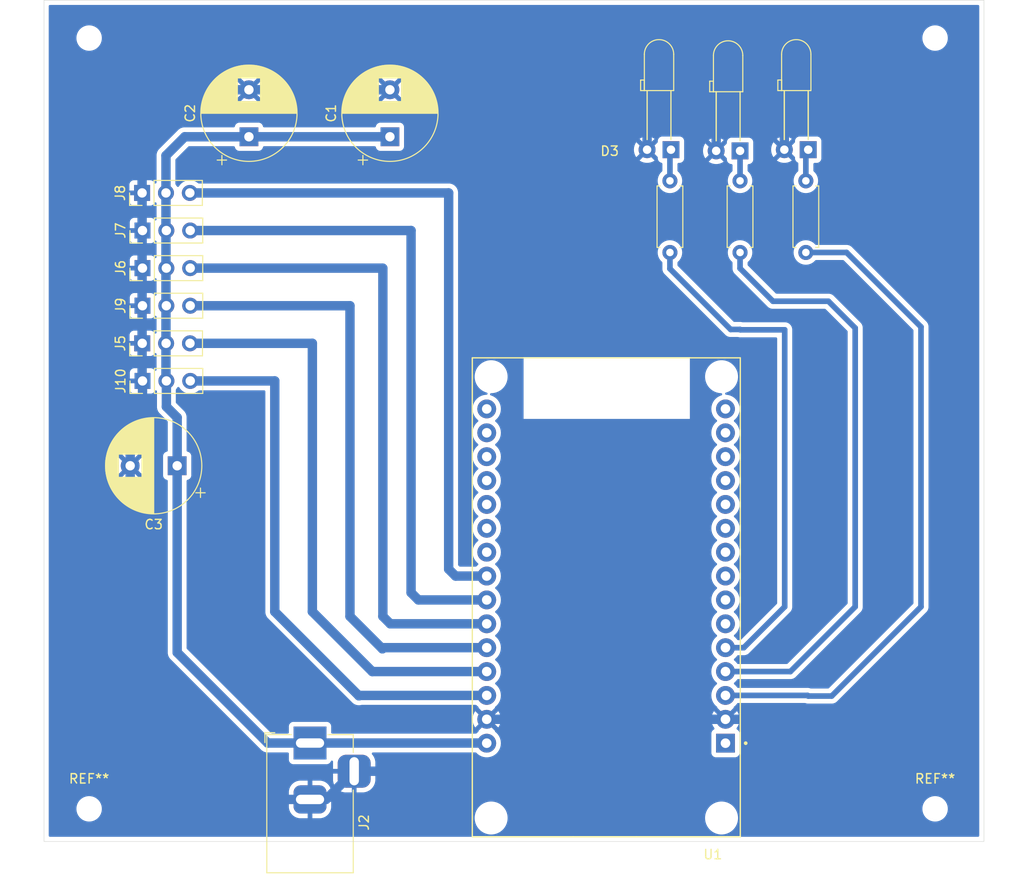
<source format=kicad_pcb>
(kicad_pcb (version 20240108) (generator "pcbnew") (generator_version "8.0")
  (layers (0 "F.Cu" signal) (31 "B.Cu" signal) (34 "B.Paste" user) (35 "F.Paste" user) (36 "B.SilkS" user "B.Silkscreen") (37 "F.SilkS" user "F.Silkscreen") (38 "B.Mask" user) (39 "F.Mask" user) (44 "Edge.Cuts" user))
  (net 0 "")
  (net 1 "GND")
  (net 2 "+5V")
  (net 3 "Net-(D1-K)")
  (net 4 "Net-(D2-K)")
  (net 5 "Net-(D3-K)")
  (net 6 "/serv3")
  (net 7 "/serv1")
  (net 8 "/serv2")
  (net 9 "/serv4")
  (net 10 "/serv5")
  (net 11 "/serv6")
  (net 12 "/led1")
  (net 13 "/led2")
  (net 14 "/led3")
  (footprint "Resistor_THT:R_Axial_DIN0207_L6.3mm_D2.5mm_P7.62mm_Horizontal" (layer "F.Cu") (at 175.5 66.69 -90)
    (property "Reference" "R1" (hide yes))
    (property "Value" "R_US" (hide yes))
    (pad "1" thru_hole circle (at 0 0 270) (size 1.6 1.6) (drill 0.8) (layers "*.Cu" "*.Mask") (net 3 "Net-(D1-K)"))
    (pad "2" thru_hole oval (at 7.62 0 270) (size 1.6 1.6) (drill 0.8) (layers "*.Cu" "*.Mask") (net 12 "/led1"))
  )
  (footprint "MountingHole:MountingHole_2.2mm_M2" (layer "F.Cu") (at 99.25 133.5)
    (property "Reference" "REF**" (at 0 -3.2 0) (layer "F.SilkS"))
    (property "Value" "MountingHole_2.2mm_M2")
    (pad "" np_thru_hole circle (at 0 0) (size 2.2 2.2) (drill 2.2) (layers "*.Cu" "*.Mask"))
  )
  (footprint "Connector_PinHeader_2.54mm:PinHeader_1x03_P2.54mm_Vertical" (layer "F.Cu") (at 104.925 71.975 90)
    (property "Reference" "J7" (at 0 -2.33 90) (layer "F.SilkS"))
    (property "Value" "Screw_Terminal_01x03")
    (pad "1" thru_hole rect (at 0 0 90) (size 1.7 1.7) (drill 1) (layers "*.Cu" "*.Mask") (net 1 "GND"))
    (pad "2" thru_hole oval (at 0 2.54 90) (size 1.7 1.7) (drill 1) (layers "*.Cu" "*.Mask") (net 2 "+5V"))
    (pad "3" thru_hole oval (at 0 5.08 90) (size 1.7 1.7) (drill 1) (layers "*.Cu" "*.Mask") (net 10 "/serv5"))
  )
  (footprint "LED_THT:LED_D3.0mm_Horizontal_O6.35mm_Z10.0mm" (layer "F.Cu") (at 168.5 63.5 180)
    (property "Reference" "D2" (hide yes))
    (property "Value" "LED")
    (pad "1" thru_hole rect (at 0 0 180) (size 1.8 1.8) (drill 0.9) (layers "*.Cu" "*.Mask") (net 4 "Net-(D2-K)"))
    (pad "2" thru_hole circle (at 2.54 0 180) (size 1.8 1.8) (drill 0.9) (layers "*.Cu" "*.Mask") (net 1 "GND"))
  )
  (footprint "Capacitor_THT:CP_Radial_D10.0mm_P5.00mm" (layer "F.Cu") (at 131.25 62 90)
    (property "Reference" "C1" (at 2.5 -6.25 90) (layer "F.SilkS"))
    (property "Value" "C_Polarized_US")
    (pad "1" thru_hole rect (at 0 0 90) (size 2 2) (drill 1) (layers "*.Cu" "*.Mask") (net 2 "+5V"))
    (pad "2" thru_hole circle (at 5 0 90) (size 2 2) (drill 1) (layers "*.Cu" "*.Mask") (net 1 "GND"))
  )
  (footprint "devkit:MODULE_ESP32_DEVKIT_V1" (layer "F.Cu") (at 154.25 111 180)
    (property "Reference" "U1" (at -11.355 -27.36 0) (layer "F.SilkS"))
    (property "Value" "ESP32-DEVKIT-V1")
    (pad "" np_thru_hole circle (at -12.28 -23.475 180) (size 3 3) (drill 3) (layers "*.Cu" "*.Mask"))
    (pad "" np_thru_hole circle (at -12.28 23.475 180) (size 3 3) (drill 3) (layers "*.Cu" "*.Mask"))
    (pad "" np_thru_hole circle (at 12.23 -23.475 180) (size 3 3) (drill 3) (layers "*.Cu" "*.Mask"))
    (pad "" np_thru_hole circle (at 12.23 23.475 180) (size 3 3) (drill 3) (layers "*.Cu" "*.Mask"))
    (pad "1" thru_hole rect (at -12.7 -15.515 180) (size 2 2) (drill 1.02) (layers "*.Cu" "*.Mask"))
    (pad "2" thru_hole circle (at -12.7 -12.975 180) (size 2 2) (drill 1.02) (layers "*.Cu" "*.Mask") (net 1 "GND"))
    (pad "3" thru_hole circle (at -12.7 -10.435 180) (size 2 2) (drill 1.02) (layers "*.Cu" "*.Mask") (net 12 "/led1"))
    (pad "4" thru_hole circle (at -12.7 -7.895 180) (size 2 2) (drill 1.02) (layers "*.Cu" "*.Mask") (net 13 "/led2"))
    (pad "5" thru_hole circle (at -12.7 -5.355 180) (size 2 2) (drill 1.02) (layers "*.Cu" "*.Mask") (net 14 "/led3"))
    (pad "6" thru_hole circle (at -12.7 -2.815 180) (size 2 2) (drill 1.02) (layers "*.Cu" "*.Mask"))
    (pad "7" thru_hole circle (at -12.7 -0.275 180) (size 2 2) (drill 1.02) (layers "*.Cu" "*.Mask"))
    (pad "8" thru_hole circle (at -12.7 2.265 180) (size 2 2) (drill 1.02) (layers "*.Cu" "*.Mask"))
    (pad "9" thru_hole circle (at -12.7 4.805 180) (size 2 2) (drill 1.02) (layers "*.Cu" "*.Mask"))
    (pad "10" thru_hole circle (at -12.7 7.345 180) (size 2 2) (drill 1.02) (layers "*.Cu" "*.Mask"))
    (pad "11" thru_hole circle (at -12.7 9.885 180) (size 2 2) (drill 1.02) (layers "*.Cu" "*.Mask"))
    (pad "12" thru_hole circle (at -12.7 12.425 180) (size 2 2) (drill 1.02) (layers "*.Cu" "*.Mask"))
    (pad "13" thru_hole circle (at -12.7 14.965 180) (size 2 2) (drill 1.02) (layers "*.Cu" "*.Mask"))
    (pad "14" thru_hole circle (at -12.7 17.505 180) (size 2 2) (drill 1.02) (layers "*.Cu" "*.Mask"))
    (pad "15" thru_hole circle (at -12.7 20.045 180) (size 2 2) (drill 1.02) (layers "*.Cu" "*.Mask"))
    (pad "16" thru_hole circle (at 12.7 20.045 180) (size 2 2) (drill 1.02) (layers "*.Cu" "*.Mask"))
    (pad "17" thru_hole circle (at 12.7 17.505 180) (size 2 2) (drill 1.02) (layers "*.Cu" "*.Mask"))
    (pad "18" thru_hole circle (at 12.7 14.965 180) (size 2 2) (drill 1.02) (layers "*.Cu" "*.Mask"))
    (pad "19" thru_hole circle (at 12.7 12.425 180) (size 2 2) (drill 1.02) (layers "*.Cu" "*.Mask"))
    (pad "20" thru_hole circle (at 12.7 9.885 180) (size 2 2) (drill 1.02) (layers "*.Cu" "*.Mask"))
    (pad "21" thru_hole circle (at 12.7 7.345 180) (size 2 2) (drill 1.02) (layers "*.Cu" "*.Mask"))
    (pad "22" thru_hole circle (at 12.7 4.805 180) (size 2 2) (drill 1.02) (layers "*.Cu" "*.Mask"))
    (pad "23" thru_hole circle (at 12.7 2.265 180) (size 2 2) (drill 1.02) (layers "*.Cu" "*.Mask") (net 11 "/serv6"))
    (pad "24" thru_hole circle (at 12.7 -0.275 180) (size 2 2) (drill 1.02) (layers "*.Cu" "*.Mask") (net 10 "/serv5"))
    (pad "25" thru_hole circle (at 12.7 -2.815 180) (size 2 2) (drill 1.02) (layers "*.Cu" "*.Mask") (net 9 "/serv4"))
    (pad "26" thru_hole circle (at 12.7 -5.355 180) (size 2 2) (drill 1.02) (layers "*.Cu" "*.Mask") (net 6 "/serv3"))
    (pad "27" thru_hole circle (at 12.7 -7.895 180) (size 2 2) (drill 1.02) (layers "*.Cu" "*.Mask") (net 8 "/serv2"))
    (pad "28" thru_hole circle (at 12.7 -10.435 180) (size 2 2) (drill 1.02) (layers "*.Cu" "*.Mask") (net 7 "/serv1"))
    (pad "29" thru_hole circle (at 12.7 -12.975 180) (size 2 2) (drill 1.02) (layers "*.Cu" "*.Mask") (net 1 "GND"))
    (pad "30" thru_hole circle (at 12.7 -15.515 180) (size 2 2) (drill 1.02) (layers "*.Cu" "*.Mask") (net 2 "+5V"))
    (zone (net 0) (net_name "") (layer "B.Cu") (connect_pads (clearance 0)) (min_thickness 0.01)
      (keepout (tracks not_allowed) (vias not_allowed) (pads not_allowed) (copperpour not_allowed) (footprints allowed))
      (fill (thermal_gap 0.508) (thermal_bridge_width 0.508))
      (polygon (pts (xy 163.16 92.015) (xy 145.47 92.015) (xy 145.47 85.525) (xy 163.16 85.525)))
    )
  )
  (footprint "" (layer "F.Cu") (at 189.25 51.5)
    (property "Reference" "" (at 0 0 0) (layer "F.SilkS") (effects (font (size 1.27 1.27))))
    (property "Value" "")
    (pad "" np_thru_hole circle (at 0 0) (size 2.2 2.2) (drill 2.2) (layers "F&B.Cu" "*.Mask"))
  )
  (footprint "Resistor_THT:R_Axial_DIN0207_L6.3mm_D2.5mm_P7.62mm_Horizontal" (layer "F.Cu") (at 168.5 66.69 -90)
    (property "Reference" "R2" (hide yes))
    (property "Value" "R_US" (hide yes))
    (pad "1" thru_hole circle (at 0 0 270) (size 1.6 1.6) (drill 0.8) (layers "*.Cu" "*.Mask") (net 4 "Net-(D2-K)"))
    (pad "2" thru_hole oval (at 7.62 0 270) (size 1.6 1.6) (drill 0.8) (layers "*.Cu" "*.Mask") (net 13 "/led2"))
  )
  (footprint "Capacitor_THT:CP_Radial_D10.0mm_P5.00mm" (layer "F.Cu") (at 108.617677 97 180)
    (property "Reference" "C3" (at 2.5 -6.25 0) (layer "F.SilkS"))
    (property "Value" "C_Polarized_US")
    (pad "1" thru_hole rect (at 0 0 180) (size 2 2) (drill 1) (layers "*.Cu" "*.Mask") (net 2 "+5V"))
    (pad "2" thru_hole circle (at 5 0 180) (size 2 2) (drill 1) (layers "*.Cu" "*.Mask") (net 1 "GND"))
  )
  (footprint "Connector_PinHeader_2.54mm:PinHeader_1x03_P2.54mm_Vertical" (layer "F.Cu") (at 104.9 83.975 90)
    (property "Reference" "J5" (at 0 -2.33 90) (layer "F.SilkS"))
    (property "Value" "Screw_Terminal_01x03")
    (pad "1" thru_hole rect (at 0 0 90) (size 1.7 1.7) (drill 1) (layers "*.Cu" "*.Mask") (net 1 "GND"))
    (pad "2" thru_hole oval (at 0 2.54 90) (size 1.7 1.7) (drill 1) (layers "*.Cu" "*.Mask") (net 2 "+5V"))
    (pad "3" thru_hole oval (at 0 5.08 90) (size 1.7 1.7) (drill 1) (layers "*.Cu" "*.Mask") (net 8 "/serv2"))
  )
  (footprint "LED_THT:LED_D3.0mm_Horizontal_O6.35mm_Z10.0mm" (layer "F.Cu") (at 161.15 63.375 180)
    (property "Reference" "D3" (at 6.52 -0.15 0) (layer "F.SilkS"))
    (property "Value" "LED")
    (pad "1" thru_hole rect (at 0 0 180) (size 1.8 1.8) (drill 0.9) (layers "*.Cu" "*.Mask") (net 5 "Net-(D3-K)"))
    (pad "2" thru_hole circle (at 2.54 0 180) (size 1.8 1.8) (drill 0.9) (layers "*.Cu" "*.Mask") (net 1 "GND"))
  )
  (footprint "LED_THT:LED_D3.0mm_Horizontal_O6.35mm_Z10.0mm" (layer "F.Cu") (at 175.75 63.375 180)
    (property "Reference" "D1" (hide yes))
    (property "Value" "LED")
    (pad "1" thru_hole rect (at 0 0 180) (size 1.8 1.8) (drill 0.9) (layers "*.Cu" "*.Mask") (net 3 "Net-(D1-K)"))
    (pad "2" thru_hole circle (at 2.54 0 180) (size 1.8 1.8) (drill 0.9) (layers "*.Cu" "*.Mask") (net 1 "GND"))
  )
  (footprint "Connector_PinHeader_2.54mm:PinHeader_1x03_P2.54mm_Vertical" (layer "F.Cu") (at 104.885 67.975 90)
    (property "Reference" "J8" (at 0 -2.33 90) (layer "F.SilkS"))
    (property "Value" "Screw_Terminal_01x03")
    (pad "1" thru_hole rect (at 0 0 90) (size 1.7 1.7) (drill 1) (layers "*.Cu" "*.Mask") (net 1 "GND"))
    (pad "2" thru_hole oval (at 0 2.54 90) (size 1.7 1.7) (drill 1) (layers "*.Cu" "*.Mask") (net 2 "+5V"))
    (pad "3" thru_hole oval (at 0 5.08 90) (size 1.7 1.7) (drill 1) (layers "*.Cu" "*.Mask") (net 11 "/serv6"))
  )
  (footprint "Connector_PinHeader_2.54mm:PinHeader_1x03_P2.54mm_Vertical" (layer "F.Cu") (at 104.925 75.975 90)
    (property "Reference" "J6" (at 0 -2.33 90) (layer "F.SilkS"))
    (property "Value" "Screw_Terminal_01x03")
    (pad "1" thru_hole rect (at 0 0 90) (size 1.7 1.7) (drill 1) (layers "*.Cu" "*.Mask") (net 1 "GND"))
    (pad "2" thru_hole oval (at 0 2.54 90) (size 1.7 1.7) (drill 1) (layers "*.Cu" "*.Mask") (net 2 "+5V"))
    (pad "3" thru_hole oval (at 0 5.08 90) (size 1.7 1.7) (drill 1) (layers "*.Cu" "*.Mask") (net 9 "/serv4"))
  )
  (footprint "Connector_PinHeader_2.54mm:PinHeader_1x03_P2.54mm_Vertical" (layer "F.Cu") (at 104.93 87.975 90)
    (property "Reference" "J10" (at 0 -2.33 90) (layer "F.SilkS"))
    (property "Value" "Screw_Terminal_01x03")
    (pad "1" thru_hole rect (at 0 0 90) (size 1.7 1.7) (drill 1) (layers "*.Cu" "*.Mask") (net 1 "GND"))
    (pad "2" thru_hole oval (at 0 2.54 90) (size 1.7 1.7) (drill 1) (layers "*.Cu" "*.Mask") (net 2 "+5V"))
    (pad "3" thru_hole oval (at 0 5.08 90) (size 1.7 1.7) (drill 1) (layers "*.Cu" "*.Mask") (net 7 "/serv1"))
  )
  (footprint "Resistor_THT:R_Axial_DIN0207_L6.3mm_D2.5mm_P7.62mm_Horizontal" (layer "F.Cu") (at 161.04 66.69 -90)
    (property "Reference" "R3" (hide yes))
    (property "Value" "R_US" (hide yes))
    (pad "1" thru_hole circle (at 0 0 270) (size 1.6 1.6) (drill 0.8) (layers "*.Cu" "*.Mask") (net 5 "Net-(D3-K)"))
    (pad "2" thru_hole oval (at 7.62 0 270) (size 1.6 1.6) (drill 0.8) (layers "*.Cu" "*.Mask") (net 14 "/led3"))
  )
  (footprint "Capacitor_THT:CP_Radial_D10.0mm_P5.00mm" (layer "F.Cu") (at 116.25 62 90)
    (property "Reference" "C2" (at 2.5 -6.25 90) (layer "F.SilkS"))
    (property "Value" "C_Polarized_US")
    (pad "1" thru_hole rect (at 0 0 90) (size 2 2) (drill 1) (layers "*.Cu" "*.Mask") (net 2 "+5V"))
    (pad "2" thru_hole circle (at 5 0 90) (size 2 2) (drill 1) (layers "*.Cu" "*.Mask") (net 1 "GND"))
  )
  (footprint "Connector_BarrelJack:BarrelJack_Horizontal" (layer "F.Cu") (at 122.75 126.5 90)
    (property "Reference" "J2" (at -8.45 5.75 90) (layer "F.SilkS"))
    (property "Value" "Barrel_Jack_Switch")
    (pad "1" thru_hole rect (at 0 0 90) (size 3.5 3.5) (drill oval 1 3) (layers "*.Cu" "*.Mask") (net 2 "+5V"))
    (pad "2" thru_hole roundrect (at -6 0 90) (size 3 3.5) (drill oval 1 3) (layers "*.Cu" "*.Mask") (net 1 "GND"))
    (pad "3" thru_hole roundrect (at -3 4.7 90) (size 3.5 3.5) (drill oval 3 1) (layers "*.Cu" "*.Mask") (net 1 "GND"))
  )
  (footprint "" (layer "F.Cu") (at 99.25 51.5)
    (property "Reference" "" (at 0 0 0) (layer "F.SilkS") (effects (font (size 1.27 1.27))))
    (property "Value" "")
    (pad "" np_thru_hole circle (at 0 0) (size 2.2 2.2) (drill 2.2) (layers "F&B.Cu" "*.Mask"))
  )
  (footprint "Connector_PinHeader_2.54mm:PinHeader_1x03_P2.54mm_Vertical" (layer "F.Cu") (at 104.925 79.975 90)
    (property "Reference" "J9" (at 0 -2.33 90) (layer "F.SilkS"))
    (property "Value" "Screw_Terminal_01x03")
    (pad "1" thru_hole rect (at 0 0 90) (size 1.7 1.7) (drill 1) (layers "*.Cu" "*.Mask") (net 1 "GND"))
    (pad "2" thru_hole oval (at 0 2.54 90) (size 1.7 1.7) (drill 1) (layers "*.Cu" "*.Mask") (net 2 "+5V"))
    (pad "3" thru_hole oval (at 0 5.08 90) (size 1.7 1.7) (drill 1) (layers "*.Cu" "*.Mask") (net 6 "/serv3"))
  )
  (footprint "MountingHole:MountingHole_2.2mm_M2" (layer "F.Cu") (at 189.25 133.5)
    (property "Reference" "REF**" (at 0 -3.2 0) (layer "F.SilkS"))
    (property "Value" "MountingHole_2.2mm_M2")
    (pad "" np_thru_hole circle (at 0 0) (size 2.2 2.2) (drill 2.2) (layers "*.Cu" "*.Mask"))
  )
  (gr_rect (start 94.45 47.475) (end 194.45 136.975) (stroke (width 0.05)) (fill none) (layer "Edge.Cuts"))
  (segment (start 122.75 132.5) (end 124.45 132.5) (width 1) (layer "B.Cu") (net 1))
  (segment (start 116.25 57) (end 131.25 57) (width 1) (layer "B.Cu") (net 1))
  (segment (start 147.45 129.475) (end 147.45 123.975) (width 1) (layer "B.Cu") (net 1))
  (segment (start 147.45 123.975) (end 166.95 123.975) (width 1) (layer "B.Cu") (net 1))
  (segment (start 127.45 129.5) (end 147.425 129.5) (width 1) (layer "B.Cu") (net 1))
  (segment (start 173.21 59.71) (end 173 59.5) (width 1) (layer "B.Cu") (net 1))
  (segment (start 109.75 57) (end 116.25 57) (width 1) (layer "B.Cu") (net 1))
  (segment (start 165.96 60.04) (end 166.5 59.5) (width 1) (layer "B.Cu") (net 1))
  (segment (start 147.425 129.5) (end 147.45 129.475) (width 1) (layer "B.Cu") (net 1))
  (segment (start 119.25 132.5) (end 103.617677 116.867677) (width 1) (layer "B.Cu") (net 1))
  (segment (start 103.617677 97) (end 103.617677 91.132323) (width 1) (layer "B.Cu") (net 1))
  (segment (start 192.25 67.9175) (end 183.91625 59.58375) (width 1) (layer "B.Cu") (net 1))
  (segment (start 158.61 59.89) (end 159 59.5) (width 1) (layer "B.Cu") (net 1))
  (segment (start 103.617677 91.132323) (end 104.93 89.82) (width 1) (layer "B.Cu") (net 1))
  (segment (start 173 59.5) (end 183.8325 59.5) (width 1) (layer "B.Cu") (net 1))
  (segment (start 180.25 124) (end 179.25 124) (width 1) (layer "B.Cu") (net 1))
  (segment (start 179.25 124) (end 179.225 123.975) (width 1) (layer "B.Cu") (net 1))
  (segment (start 192.25 112) (end 180.25 124) (width 1) (layer "B.Cu") (net 1))
  (segment (start 147.45 123.975) (end 141.55 123.975) (width 1) (layer "B.Cu") (net 1))
  (segment (start 104.885 67.975) (end 104.885 61.865) (width 1) (layer "B.Cu") (net 1))
  (segment (start 166.5 59.5) (end 173 59.5) (width 1) (layer "B.Cu") (net 1))
  (segment (start 103.617677 116.867677) (end 103.617677 97) (width 1) (layer "B.Cu") (net 1))
  (segment (start 104.885 87.93) (end 104.93 87.975) (width 1) (layer "B.Cu") (net 1))
  (segment (start 179.225 123.975) (end 166.95 123.975) (width 1) (layer "B.Cu") (net 1))
  (segment (start 122.75 132.5) (end 119.25 132.5) (width 1) (layer "B.Cu") (net 1))
  (segment (start 104.885 61.865) (end 109.75 57) (width 1) (layer "B.Cu") (net 1))
  (segment (start 192.25 67.9175) (end 192.25 112) (width 1) (layer "B.Cu") (net 1))
  (segment (start 165.96 63.5) (end 165.96 60.04) (width 1) (layer "B.Cu") (net 1))
  (segment (start 183.8325 59.5) (end 183.91625 59.58375) (width 1) (layer "B.Cu") (net 1))
  (segment (start 104.885 67.975) (end 104.885 87.93) (width 1) (layer "B.Cu") (net 1))
  (segment (start 124.45 132.5) (end 127.45 129.5) (width 1) (layer "B.Cu") (net 1))
  (segment (start 158.61 63.375) (end 158.61 59.89) (width 1) (layer "B.Cu") (net 1))
  (segment (start 173.21 63.375) (end 173.21 59.71) (width 1) (layer "B.Cu") (net 1))
  (segment (start 104.93 89.82) (end 104.93 87.975) (width 1) (layer "B.Cu") (net 1))
  (segment (start 159 59.5) (end 166.5 59.5) (width 1) (layer "B.Cu") (net 1))
  (segment (start 115.882323 61.632323) (end 116.25 62) (width 1) (layer "B.Cu") (net 2))
  (segment (start 107.47 90.72) (end 107.47 87.975) (width 1) (layer "B.Cu") (net 2))
  (segment (start 122.75 126.5) (end 141.535 126.5) (width 1) (layer "B.Cu") (net 2))
  (segment (start 122.75 126.5) (end 118.25 126.5) (width 1) (layer "B.Cu") (net 2))
  (segment (start 107.425 87.93) (end 107.47 87.975) (width 1) (layer "B.Cu") (net 2))
  (segment (start 107.425 67.975) (end 107.425 87.93) (width 1) (layer "B.Cu") (net 2))
  (segment (start 141.535 126.5) (end 141.55 126.515) (width 1) (layer "B.Cu") (net 2))
  (segment (start 108.617677 97) (end 108.617677 91.867677) (width 1) (layer "B.Cu") (net 2))
  (segment (start 118.25 126.5) (end 108.617677 116.867677) (width 1) (layer "B.Cu") (net 2))
  (segment (start 109.425 62) (end 116.25 62) (width 1) (layer "B.Cu") (net 2))
  (segment (start 116.25 62) (end 131.25 62) (width 1) (layer "B.Cu") (net 2))
  (segment (start 107.425 67.975) (end 107.425 64) (width 1) (layer "B.Cu") (net 2))
  (segment (start 108.617677 116.867677) (end 108.617677 97) (width 1) (layer "B.Cu") (net 2))
  (segment (start 108.617677 91.867677) (end 107.47 90.72) (width 1) (layer "B.Cu") (net 2))
  (segment (start 107.425 64) (end 109.425 62) (width 1) (layer "B.Cu") (net 2))
  (segment (start 175.5 63.625) (end 175.75 63.375) (width 0.6) (layer "B.Cu") (net 3))
  (segment (start 175.5 66.69) (end 175.5 63.625) (width 0.6) (layer "B.Cu") (net 3))
  (segment (start 168.5 66.69) (end 168.5 63.5) (width 0.6) (layer "B.Cu") (net 4))
  (segment (start 161.04 63.485) (end 161.15 63.375) (width 0.6) (layer "B.Cu") (net 5))
  (segment (start 161.04 66.69) (end 161.04 63.485) (width 0.6) (layer "B.Cu") (net 5))
  (segment (start 127 79.975) (end 127 113.025) (width 1) (layer "B.Cu") (net 6))
  (segment (start 127 113.025) (end 130.45 116.475) (width 1) (layer "B.Cu") (net 6))
  (segment (start 110.005 79.975) (end 127 79.975) (width 1) (layer "B.Cu") (net 6))
  (segment (start 130.45 116.475) (end 130.57 116.355) (width 1) (layer "B.Cu") (net 6))
  (segment (start 130.57 116.355) (end 141.55 116.355) (width 1) (layer "B.Cu") (net 6))
  (segment (start 110.01 87.975) (end 109.95 87.975) (width 1) (layer "B.Cu") (net 7))
  (segment (start 127.99 121.435) (end 141.55 121.435) (width 1) (layer "B.Cu") (net 7))
  (segment (start 119 112.525) (end 127.95 121.475) (width 1) (layer "B.Cu") (net 7))
  (segment (start 127.95 121.475) (end 127.99 121.435) (width 1) (layer "B.Cu") (net 7))
  (segment (start 110.01 87.975) (end 119 87.975) (width 1) (layer "B.Cu") (net 7))
  (segment (start 119 87.975) (end 119 112.525) (width 1) (layer "B.Cu") (net 7))
  (segment (start 123 112.525) (end 129.37 118.895) (width 1) (layer "B.Cu") (net 8))
  (segment (start 109.98 83.975) (end 123 83.975) (width 1) (layer "B.Cu") (net 8))
  (segment (start 123 83.975) (end 123 112.525) (width 1) (layer "B.Cu") (net 8))
  (segment (start 129.37 118.895) (end 141.55 118.895) (width 1) (layer "B.Cu") (net 8))
  (segment (start 130.5 113.025) (end 131.29 113.815) (width 1) (layer "B.Cu") (net 9))
  (segment (start 110.005 75.975) (end 130.475 75.975) (width 1) (layer "B.Cu") (net 9))
  (segment (start 131.29 113.815) (end 141.55 113.815) (width 1) (layer "B.Cu") (net 9))
  (segment (start 130.475 75.975) (end 130.5 76) (width 1) (layer "B.Cu") (net 9))
  (segment (start 130.5 76) (end 130.5 113.025) (width 1) (layer "B.Cu") (net 9))
  (segment (start 133.5 110.5) (end 133.5 71.975) (width 1) (layer "B.Cu") (net 10))
  (segment (start 133.5 71.975) (end 110.005 71.975) (width 1) (layer "B.Cu") (net 10))
  (segment (start 141.55 111.275) (end 134.275 111.275) (width 1) (layer "B.Cu") (net 10))
  (segment (start 134.275 111.275) (end 133.5 110.5) (width 1) (layer "B.Cu") (net 10))
  (segment (start 141.55 108.735) (end 138.235 108.735) (width 1) (layer "B.Cu") (net 11))
  (segment (start 138.235 108.735) (end 137.5 108) (width 1) (layer "B.Cu") (net 11))
  (segment (start 137.5 67.975) (end 109.965 67.975) (width 1) (layer "B.Cu") (net 11))
  (segment (start 137.5 108) (end 137.5 67.975) (width 1) (layer "B.Cu") (net 11))
  (segment (start 175.75 121.5) (end 175.685 121.435) (width 0.6) (layer "B.Cu") (net 12))
  (segment (start 175.5 74.31) (end 179.8325 74.31) (width 0.6) (layer "B.Cu") (net 12))
  (segment (start 179.8325 74.31) (end 187.75 82.2275) (width 0.6) (layer "B.Cu") (net 12))
  (segment (start 175.685 121.435) (end 166.95 121.435) (width 0.6) (layer "B.Cu") (net 12))
  (segment (start 187.75 112) (end 178.25 121.5) (width 0.6) (layer "B.Cu") (net 12))
  (segment (start 178.25 121.5) (end 175.75 121.5) (width 0.6) (layer "B.Cu") (net 12))
  (segment (start 187.75 82.2275) (end 187.75 112) (width 0.6) (layer "B.Cu") (net 12))
  (segment (start 172 79.5) (end 177.9025 79.5) (width 0.6) (layer "B.Cu") (net 13))
  (segment (start 168.5 74.31) (end 168.5 76) (width 0.6) (layer "B.Cu") (net 13))
  (segment (start 177.9025 79.5) (end 180.75 82.3475) (width 0.6) (layer "B.Cu") (net 13))
  (segment (start 168.5 76) (end 172 79.5) (width 0.6) (layer "B.Cu") (net 13))
  (segment (start 173.855 118.895) (end 166.95 118.895) (width 0.6) (layer "B.Cu") (net 13))
  (segment (start 180.75 112) (end 173.855 118.895) (width 0.6) (layer "B.Cu") (net 13))
  (segment (start 180.75 82.3475) (end 180.75 112) (width 0.6) (layer "B.Cu") (net 13))
  (segment (start 161.04 74.31) (end 161.04 76.04) (width 0.6) (layer "B.Cu") (net 14))
  (segment (start 161.04 76.04) (end 167.5 82.5) (width 0.6) (layer "B.Cu") (net 14))
  (segment (start 173.25 82.5375) (end 173.25 112) (width 0.6) (layer "B.Cu") (net 14))
  (segment (start 173.25 112) (end 168.895 116.355) (width 0.6) (layer "B.Cu") (net 14))
  (segment (start 168.5375 82.5375) (end 173.25 82.5375) (width 0.6) (layer "B.Cu") (net 14))
  (segment (start 168.5 82.5) (end 168.5375 82.5375) (width 0.6) (layer "B.Cu") (net 14))
  (segment (start 167.5 82.5) (end 168.5 82.5) (width 0.6) (layer "B.Cu") (net 14))
  (segment (start 168.895 116.355) (end 166.95 116.355) (width 0.6) (layer "B.Cu") (net 14))
  (zone (net 1) (net_name "GND") (layer "B.Cu") (connect_pads (clearance 0.5)) (min_thickness 0.25) (fill yes (thermal_gap 0.5) (thermal_bridge_width 0.5))
    (polygon (pts (xy 94.5 47.5) (xy 94.5 137) (xy 194.5 137) (xy 194.5 47.5) (xy 157.5 47.5) (xy 157.5 85.5) (xy 163.16 85.525) (xy 163.16 92.015) (xy 145.47 92.015) (xy 145.47 85.525) (xy 157.5 85.5) (xy 157.5 47.5)))
  )
)
</source>
